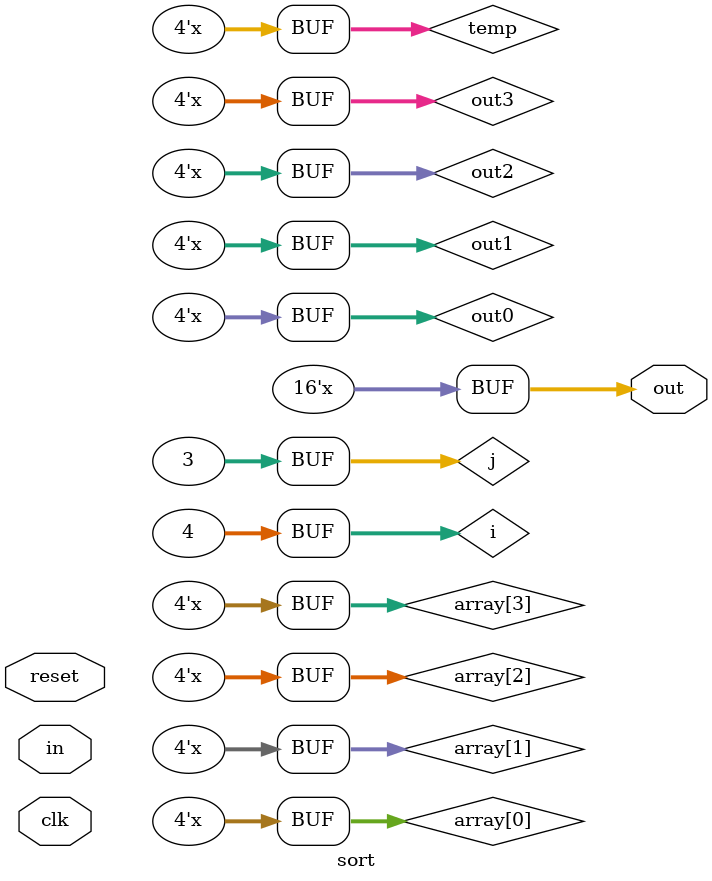
<source format=v>
`timescale 1ns / 1ps

// File: bubblesort.v
// This is the top level design for EE178 Lab #5a.
// The `timescale directive specifies what the
// simulation time units are (1 ns here) and what // the simulator time step should be (1 ps here).
// Declare the module and its ports. This is
// using Verilog-2001 syntax.
module sort (
    input clk,
    input reset,
    input [15:0] in,
    output  [15:0] out
  );
  reg [15:0] dat;
  reg [3:0] out0;
  reg [3:0] out1;
  reg [3:0] out2;
  reg [3:0] out3;
  
   integer i, j;
    reg [3:0] temp;
    reg [3:0] array [0:3];

  always @(negedge clk or posedge reset) begin
    if(reset) begin
        array[0] <= 4'h0;
        array[1] <= 4'h0;
        array[3] <= 4'h0;
        array[3] <= 4'h0;
    end else begin
      dat[3:0] <= in[3:0];
      dat[7:4] <= in[7:4];
      dat[11:8] <= in[11:8];
      dat[15:12] <= in[15:12];
    end
    end
    
    
    always @(*) begin
        array[0] <= dat[3:0];
        array[1] <= dat[7:4];
        array[2] <= dat[11:8];
        array[3] <= dat[15:12];
        for (i = 0; i < 4; i = i + 1) begin
            for (j = 0 ; j < 3; j = j + 1) begin
                if (array[j] > array[j + 1]) begin
                    temp = array[j];
                    array[j] = array[j + 1];
                    array[j + 1] = temp;
                end 
            end
        end 
      out0 <= array[0];
      out1 <= array[1];
      out2 <= array[2];
      out3 <= array[3];
    end
    

    assign out = {out3,out2,out1,out0};
    
  endmodule

</source>
